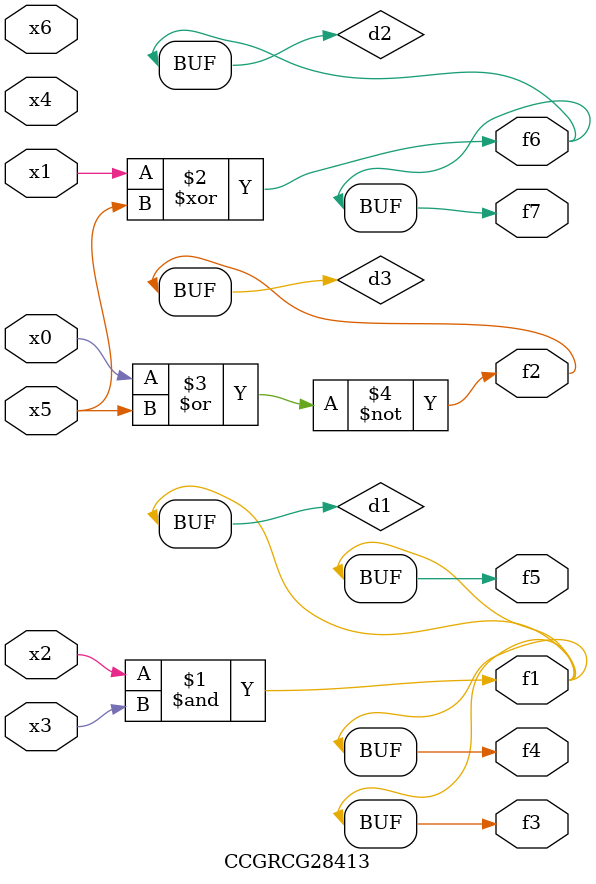
<source format=v>
module CCGRCG28413(
	input x0, x1, x2, x3, x4, x5, x6,
	output f1, f2, f3, f4, f5, f6, f7
);

	wire d1, d2, d3;

	and (d1, x2, x3);
	xor (d2, x1, x5);
	nor (d3, x0, x5);
	assign f1 = d1;
	assign f2 = d3;
	assign f3 = d1;
	assign f4 = d1;
	assign f5 = d1;
	assign f6 = d2;
	assign f7 = d2;
endmodule

</source>
